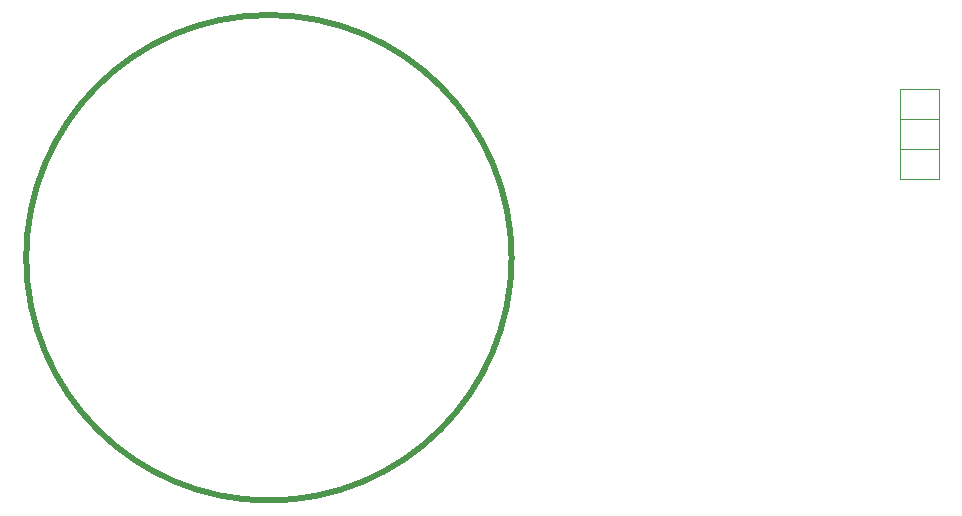
<source format=gbr>
%TF.GenerationSoftware,KiCad,Pcbnew,(6.0.4)*%
%TF.CreationDate,2022-05-02T01:12:46+02:00*%
%TF.ProjectId,battoota,62617474-6f6f-4746-912e-6b696361645f,v1.0.0*%
%TF.SameCoordinates,Original*%
%TF.FileFunction,Other,User*%
%FSLAX46Y46*%
G04 Gerber Fmt 4.6, Leading zero omitted, Abs format (unit mm)*
G04 Created by KiCad (PCBNEW (6.0.4)) date 2022-05-02 01:12:46*
%MOMM*%
%LPD*%
G01*
G04 APERTURE LIST*
%ADD10C,0.050000*%
%ADD11C,0.550000*%
G04 APERTURE END LIST*
D10*
%TO.C,MCU1*%
X157268690Y99892542D02*
X160568690Y99892542D01*
X160568690Y97312542D02*
X157268690Y97312542D01*
X157268690Y94812542D02*
X157268690Y97312542D01*
X160568690Y102392542D02*
X160568690Y99892542D01*
X160568690Y99852542D02*
X157268690Y99852542D01*
X157268690Y97352542D02*
X160568690Y97352542D01*
X157268690Y97352542D02*
X157268690Y99852542D01*
X157268690Y94812542D02*
X160568690Y94812542D01*
X160568690Y102392542D02*
X157268690Y102392542D01*
X157268690Y99892542D02*
X157268690Y102392542D01*
X160568690Y97312542D02*
X160568690Y94812542D01*
X160568690Y99852542D02*
X160568690Y97352542D01*
D11*
%TO.C,REF\u002A\u002A*%
X124347220Y88141427D02*
G75*
G03*
X124347220Y88141427I-20550000J0D01*
G01*
%TD*%
M02*

</source>
